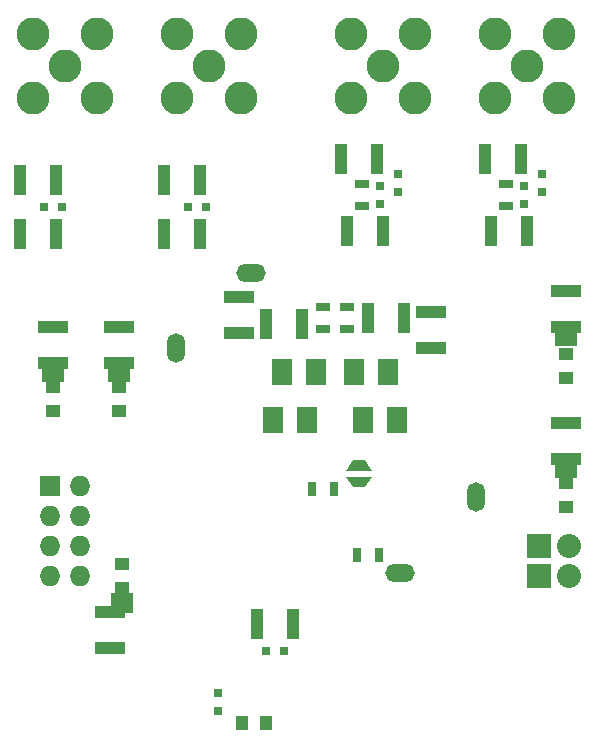
<source format=gbs>
G04 #@! TF.FileFunction,Soldermask,Bot*
%FSLAX46Y46*%
G04 Gerber Fmt 4.6, Leading zero omitted, Abs format (unit mm)*
G04 Created by KiCad (PCBNEW 4.0.2-4+6225~38~ubuntu14.04.1-stable) date Wed 23 Mar 2016 10:18:06 GMT*
%MOMM*%
G01*
G04 APERTURE LIST*
%ADD10C,0.100000*%
%ADD11C,2.800000*%
%ADD12R,1.880000X1.680000*%
%ADD13R,1.250000X1.000000*%
%ADD14R,2.500000X1.000000*%
%ADD15R,1.727200X1.727200*%
%ADD16O,1.727200X1.727200*%
%ADD17R,1.000000X2.500000*%
%ADD18R,0.750000X0.800000*%
%ADD19R,1.300000X0.700000*%
%ADD20R,0.800000X0.750000*%
%ADD21R,1.000000X1.250000*%
%ADD22R,0.700000X1.300000*%
%ADD23R,1.800000X2.230000*%
%ADD24R,2.032000X2.032000*%
%ADD25O,2.032000X2.032000*%
%ADD26O,2.500000X1.500000*%
%ADD27O,1.500000X2.500000*%
G04 APERTURE END LIST*
D10*
D11*
X144272000Y-104648000D03*
X146972000Y-101948000D03*
X141572000Y-101948000D03*
X141572000Y-107348000D03*
X146972000Y-107348000D03*
D12*
X147574000Y-138684000D03*
D13*
X109982000Y-146828000D03*
X109982000Y-148828000D03*
D12*
X109982000Y-150114000D03*
D14*
X108966000Y-153900000D03*
X108966000Y-150900000D03*
X147574000Y-123722000D03*
X147574000Y-126722000D03*
D12*
X147574000Y-127508000D03*
D13*
X147574000Y-131048000D03*
X147574000Y-129048000D03*
D14*
X147574000Y-134898000D03*
X147574000Y-137898000D03*
D13*
X147574000Y-141970000D03*
X147574000Y-139970000D03*
D15*
X103886000Y-140208000D03*
D16*
X106426000Y-140208000D03*
X103886000Y-142748000D03*
X106426000Y-142748000D03*
X103886000Y-145288000D03*
X106426000Y-145288000D03*
X103886000Y-147828000D03*
X106426000Y-147828000D03*
D12*
X104140000Y-130556000D03*
D17*
X141248000Y-118618000D03*
X144248000Y-118618000D03*
X140740000Y-112522000D03*
X143740000Y-112522000D03*
D18*
X145542000Y-113804000D03*
X145542000Y-115304000D03*
D19*
X142494000Y-114620000D03*
X142494000Y-116520000D03*
D18*
X144018000Y-114820000D03*
X144018000Y-116320000D03*
X131826000Y-114820000D03*
X131826000Y-116320000D03*
D17*
X101370000Y-118872000D03*
X104370000Y-118872000D03*
X101370000Y-114300000D03*
X104370000Y-114300000D03*
D20*
X103390000Y-116586000D03*
X104890000Y-116586000D03*
D13*
X109728000Y-133842000D03*
X109728000Y-131842000D03*
X104140000Y-133842000D03*
X104140000Y-131842000D03*
D21*
X120158000Y-160274000D03*
X122158000Y-160274000D03*
D22*
X129860000Y-146050000D03*
X131760000Y-146050000D03*
X127950000Y-140462000D03*
X126050000Y-140462000D03*
D19*
X130302000Y-114620000D03*
X130302000Y-116520000D03*
D23*
X122746000Y-134620000D03*
X125666000Y-134620000D03*
X133286000Y-134620000D03*
X130366000Y-134620000D03*
X129604000Y-130556000D03*
X132524000Y-130556000D03*
X126428000Y-130556000D03*
X123508000Y-130556000D03*
D18*
X133350000Y-113804000D03*
X133350000Y-115304000D03*
D20*
X115582000Y-116586000D03*
X117082000Y-116586000D03*
X122186000Y-154178000D03*
X123686000Y-154178000D03*
D18*
X118110000Y-159246000D03*
X118110000Y-157746000D03*
D12*
X109728000Y-130556000D03*
D11*
X132080000Y-104648000D03*
X134780000Y-101948000D03*
X129380000Y-101948000D03*
X129380000Y-107348000D03*
X134780000Y-107348000D03*
D14*
X136144000Y-128500000D03*
X136144000Y-125500000D03*
X119888000Y-124230000D03*
X119888000Y-127230000D03*
D17*
X130834000Y-125984000D03*
X133834000Y-125984000D03*
X125198000Y-126492000D03*
X122198000Y-126492000D03*
D14*
X109728000Y-126770000D03*
X109728000Y-129770000D03*
X104140000Y-126770000D03*
X104140000Y-129770000D03*
D24*
X145288000Y-147828000D03*
D25*
X147828000Y-147828000D03*
D24*
X145288000Y-145288000D03*
D25*
X147828000Y-145288000D03*
D11*
X105156000Y-104648000D03*
X107856000Y-101948000D03*
X102456000Y-101948000D03*
X102456000Y-107348000D03*
X107856000Y-107348000D03*
X117348000Y-104648000D03*
X120048000Y-101948000D03*
X114648000Y-101948000D03*
X114648000Y-107348000D03*
X120048000Y-107348000D03*
D19*
X129032000Y-126934000D03*
X129032000Y-125034000D03*
X127000000Y-126934000D03*
X127000000Y-125034000D03*
D17*
X128548000Y-112522000D03*
X131548000Y-112522000D03*
X129056000Y-118618000D03*
X132056000Y-118618000D03*
X113562000Y-114300000D03*
X116562000Y-114300000D03*
X113562000Y-118872000D03*
X116562000Y-118872000D03*
X121436000Y-151892000D03*
X124436000Y-151892000D03*
D10*
G36*
X129548000Y-140342000D02*
X128948000Y-139442000D01*
X131148000Y-139442000D01*
X130548000Y-140342000D01*
X129548000Y-140342000D01*
X129548000Y-140342000D01*
G37*
G36*
X130548000Y-138042000D02*
X131148000Y-138942000D01*
X128948000Y-138942000D01*
X129548000Y-138042000D01*
X130548000Y-138042000D01*
X130548000Y-138042000D01*
G37*
D26*
X120954000Y-122174000D03*
X133554000Y-147574000D03*
D27*
X139954000Y-141174000D03*
X114554000Y-128574000D03*
M02*

</source>
